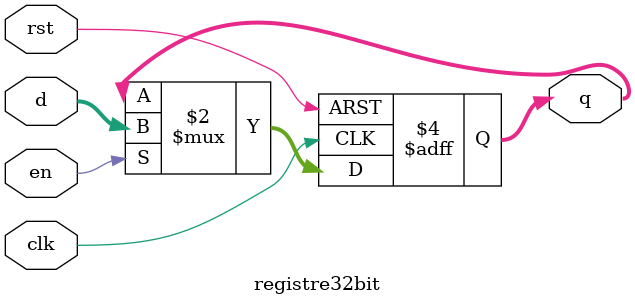
<source format=sv>
`timescale 1ns / 1ps

module registre32bit (
    input logic clk,          // Horloge
    input logic rst,          // Réinitialisation asynchrone
    input logic en,           // Signal d'activation (enable)
    input logic [31:0] d,     // Entrée de données 32 bits
    output logic [31:0] q     // Sortie de données 32 bits
);

    // Bloc toujours déclenché par un front montant de l'horloge ou par une réinitialisation
    always_ff @(posedge clk or posedge rst) begin
        if (rst) begin
            q <= 32'b0; // Réinitialisation du registre à zéro
        end else if (en) begin
            q <= d;     // Charger la valeur d'entrée dans le registre si 'en' est actif
        end
    end

endmodule





</source>
